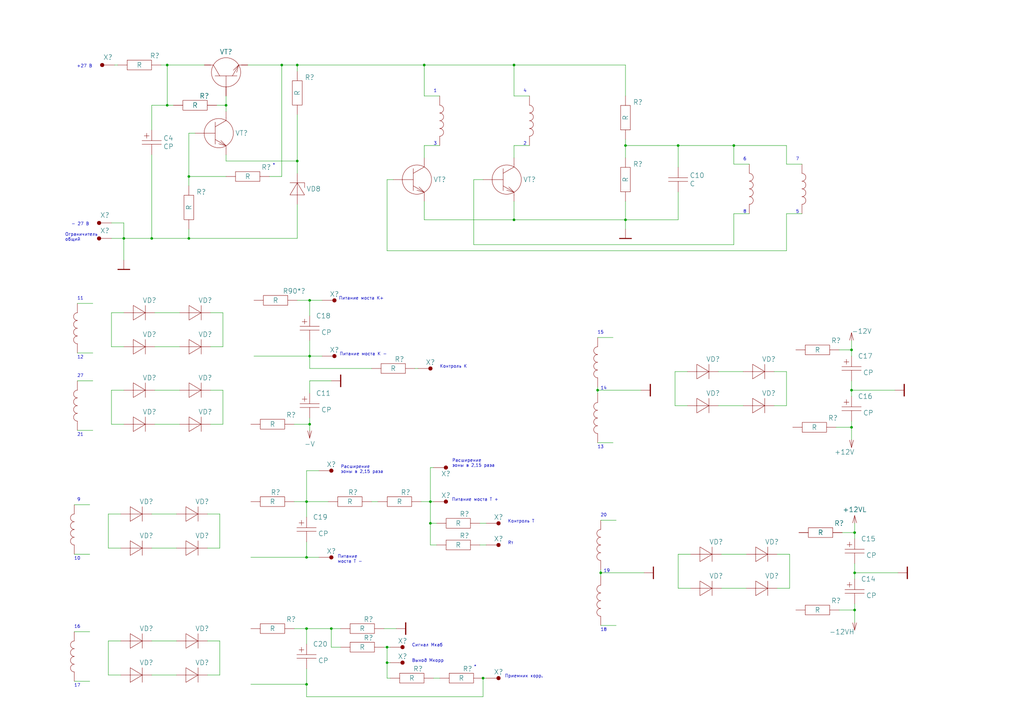
<source format=kicad_sch>
(kicad_sch (version 20231120) (generator "eeschema") (generator_version "8.0")
  (paper "A3")
  (lib_symbols
    (symbol "Connector_Generic_GOST:CON" (pin_numbers hide) (pin_names (offset 0) hide)
      (property "Reference" "X" (at -6.35 2.54 0))
      (property "PIN" "NAME" (at -7.62 0 0))
      (symbol "CON_0_1"
        (circle (center -5.08 0) (radius 0.762) (fill (type outline)))
      )
      (symbol "CON_1_1"
        (pin passive line (at 0 0 180) (length 5.08) (name "~") (number "1"))
      )
    )
    (symbol "Device_GOST:C" (pin_numbers hide) (pin_names (offset 0) hide)
      (property "Reference" "C" (at 0.635 2.54 0))
      (property "Value" "Device_GOST_C" (at 0.635 -3.175 0))
      (symbol "C_0_1"
        (polyline (pts (xy -3.9878 -0.762) (xy 3.9878 -0.762)))
        (polyline (pts (xy -3.9878 0.762) (xy 3.9878 0.762)))
      )
      (symbol "C_1_1"
        (pin passive line (at 0 5.08 270) (length 4.318) (name "~") (number "1"))
        (pin passive line (at 0 -5.08 90) (length 4.318) (name "~") (number "2"))
      )
    )
    (symbol "Device_GOST:CP" (pin_numbers hide) (pin_names (offset 0) hide)
      (property "Reference" "C" (at 0.635 2.54 0))
      (property "Value" "Device_GOST_CP" (at 0.635 -3.175 0))
      (symbol "CP_0_1"
        (polyline (pts (xy -3.9878 -0.762) (xy 3.9878 -0.762)))
        (polyline (pts (xy -3.9878 0.762) (xy 3.9878 0.762)))
        (polyline (pts (xy -2.0828 3.7592) (xy -2.0828 1.7272)))
        (polyline (pts (xy -1.0668 2.6924) (xy -3.0988 2.6924)))
      )
      (symbol "CP_1_1"
        (pin passive line (at 0 5.08 270) (length 4.318) (name "~") (number "1"))
        (pin passive line (at 0 -5.08 90) (length 4.318) (name "~") (number "2"))
      )
    )
    (symbol "Device_GOST:L_INDUCTOR" (pin_numbers hide) (pin_names (offset 0) hide)
      (property "Reference" "L" (at 0 3.81 0))
      (property "Value" "Device_GOST_L_INDUCTOR" (at 0 -2.54 0))
      (symbol "L_INDUCTOR_0_1"
        (arc (start -3.175 0) (mid -4.7498 1.5748) (end -6.35 0))
        (arc (start 0 0) (mid -1.5748 1.5748) (end -3.175 0))
        (arc (start 3.175 0) (mid 1.6002 1.5748) (end 0 0))
        (arc (start 6.35 0) (mid 4.7752 1.5748) (end 3.175 0))
      )
      (symbol "L_INDUCTOR_1_1"
        (pin passive line (at -10.16 0 0) (length 3.81) (name "~") (number "1"))
        (pin passive line (at 10.16 0 180) (length 3.81) (name "~") (number "2"))
      )
    )
    (symbol "Device_GOST:R" (pin_numbers hide) (pin_names (offset 0) hide)
      (property "Reference" "R" (at 0 3.81 0))
      (property "Value" "Device_GOST_R" (at 0 0 0))
      (symbol "R_0_1"
        (rectangle (start -5.0038 2.0066) (end 5.0038 -2.0066))
      )
      (symbol "R_1_1"
        (pin passive line (at -8.89 0 0) (length 3.8862) (name "~") (number "1"))
        (pin passive line (at 8.89 0 180) (length 3.8862) (name "~") (number "2"))
      )
    )
    (symbol "Device_GOST:VD" (pin_numbers hide) (pin_names (offset 0) hide)
      (property "Reference" "VD" (at 0 5.08 0))
      (symbol "VD_0_1"
        (polyline (pts (xy -2.54 0) (xy 2.54 0)))
        (polyline (pts (xy -2.4892 2.9972) (xy -2.4892 -2.9972)))
        (polyline (pts (xy -2.4892 0) (xy 2.4892 2.9972) (xy 2.4892 -2.9972) (xy -2.4892 0)))
      )
      (symbol "VD_1_1"
        (pin passive line (at -6.35 0 0) (length 3.81) (name "K") (number "1"))
        (pin passive line (at 6.35 0 180) (length 3.81) (name "A") (number "2"))
      )
    )
    (symbol "Device_GOST:VD_ZENER" (pin_numbers hide) (pin_names (offset 0) hide)
      (property "Reference" "VD" (at 1.27 4.445 0))
      (symbol "VD_ZENER_0_1"
        (polyline (pts (xy -2.9972 2.4892) (xy 2.9972 2.4892)))
        (polyline (pts (xy 0 2.54) (xy 0 -2.54)))
        (polyline (pts (xy 2.9972 2.4892) (xy 2.9972 0.508)))
        (polyline (pts (xy 0 2.4892) (xy -2.9972 -2.4892) (xy 2.9972 -2.4892) (xy 0 2.4892)))
      )
      (symbol "VD_ZENER_1_1"
        (pin passive line (at 0 6.35 270) (length 3.81) (name "K") (number "1"))
        (pin passive line (at 0 -6.35 90) (length 3.81) (name "A") (number "2"))
      )
    )
    (symbol "Device_GOST:VT_NPN_BCE" (pin_numbers hide) (pin_names (offset 0) hide)
      (property "Reference" "VT" (at 8.89 0 0))
      (symbol "VT_NPN_BCE_0_1"
        (polyline (pts (xy -5.08 0) (xy -0.6604 0)))
        (polyline (pts (xy -0.6604 -2.5908) (xy 3.81 -5.1816)))
        (polyline (pts (xy -0.6604 2.5908) (xy 3.81 5.1816)))
        (polyline (pts (xy -0.6604 4.5212) (xy -0.6604 -4.5212)))
        (polyline (pts (xy 3.81 -6.35) (xy 3.81 -5.1816)))
        (polyline (pts (xy 3.81 -5.1816) (xy 0.8128 -4.3688)))
        (polyline (pts (xy 3.81 -5.1816) (xy 1.6764 -3.0226)))
        (polyline (pts (xy 3.81 6.35) (xy 3.81 5.2324)))
        (circle (center 0.8128 0) (radius 5.9944))
      )
      (symbol "VT_NPN_BCE_1_1"
        (pin passive line (at -8.89 0 0) (length 3.81) (name "B") (number "1"))
        (pin passive line (at 3.81 8.89 270) (length 2.54) (name "C") (number "2"))
        (pin passive line (at 3.81 -8.89 90) (length 2.54) (name "E") (number "3"))
      )
    )
    (symbol "power_GOST:+12V" (power) (pin_numbers hide) (pin_names (offset 0) hide)
      (property "Value" "power_GOST_+12V" (at 0 5.08 0))
      (symbol "+12V_0_1"
        (polyline (pts (xy 0 3.175) (xy -0.8128 0.1778)))
        (polyline (pts (xy 0 3.175) (xy 0 0)))
        (polyline (pts (xy 0.8128 0.1778) (xy 0 3.175)))
      )
      (symbol "+12V_1_1"
        (pin power_in line (at 0 0 90) (length 0) hide (name "+12V") (number "1"))
      )
    )
    (symbol "power_GOST:+12VL" (power) (pin_numbers hide) (pin_names (offset 0) hide)
      (property "Value" "power_GOST_+12VL" (at 0 5.08 0))
      (symbol "+12VL_0_1"
        (polyline (pts (xy 0 3.175) (xy -0.8128 0.1778)))
        (polyline (pts (xy 0 3.175) (xy 0 0)))
        (polyline (pts (xy 0.8128 0.1778) (xy 0 3.175)))
      )
      (symbol "+12VL_1_1"
        (pin power_in line (at 0 0 90) (length 0) hide (name "+12VL") (number "1"))
      )
    )
    (symbol "power_GOST:-12V" (power) (pin_numbers hide) (pin_names (offset 0) hide)
      (property "Value" "power_GOST_-12V" (at 0 -5.08 0))
      (symbol "-12V_0_1"
        (polyline (pts (xy -0.8128 -0.1778) (xy 0 -3.175)))
        (polyline (pts (xy 0 -3.175) (xy 0 0)))
        (polyline (pts (xy 0 -3.175) (xy 0.8128 -0.1778)))
      )
      (symbol "-12V_1_1"
        (pin power_in line (at 0 0 270) (length 0) hide (name "-12V") (number "1"))
      )
    )
    (symbol "power_GOST:-12VH" (power) (pin_numbers hide) (pin_names (offset 0) hide)
      (property "Value" "power_GOST_-12VH" (at 0 -5.08 0))
      (symbol "-12VH_0_1"
        (polyline (pts (xy -0.8128 -0.1778) (xy 0 -3.175)))
        (polyline (pts (xy 0 -3.175) (xy 0 0)))
        (polyline (pts (xy 0 -3.175) (xy 0.8128 -0.1778)))
      )
      (symbol "-12VH_1_1"
        (pin power_in line (at 0 0 270) (length 0) hide (name "-12VH") (number "1"))
      )
    )
    (symbol "power_GOST:-V" (power) (pin_numbers hide) (pin_names (offset 0) hide)
      (property "Value" "power_GOST_-V" (at 0 -5.08 0))
      (symbol "-V_0_1"
        (polyline (pts (xy -0.8128 -0.1778) (xy 0 -3.175)))
        (polyline (pts (xy 0 -3.175) (xy 0 0)))
        (polyline (pts (xy 0 -3.175) (xy 0.8128 -0.1778)))
      )
      (symbol "-V_1_1"
        (pin power_in line (at 0 0 270) (length 0) hide (name "-V") (number "1"))
      )
    )
    (symbol "power_GOST:GND" (power) (pin_numbers hide) (pin_names (offset 0) hide)
      (symbol "GND_0_1"
        (rectangle (start -2.4892 -3.683) (end 2.4892 -3.9878) (fill (type outline)))
        (polyline (pts (xy 0 0) (xy 0 -3.81)))
      )
      (symbol "GND_1_1"
        (pin power_in line (at 0 0 270) (length 0) hide (name "GND") (number "1"))
      )
    )
  )
  (junction (at 246.38 234.95))
  (junction (at 350.52 234.95))
  (junction (at 210.82 26.67))
  (junction (at 210.82 90.17))
  (junction (at 173.99 26.67))
  (junction (at 350.52 218.44))
  (junction (at 300.99 59.69))
  (junction (at 125.73 280.67))
  (junction (at 198.12 278.13))
  (junction (at 127 123.19))
  (junction (at 125.73 205.74))
  (junction (at 125.73 228.6))
  (junction (at 350.52 250.19))
  (junction (at 256.54 59.69))
  (junction (at 77.47 72.39))
  (junction (at 77.47 97.79))
  (junction (at 62.23 97.79))
  (junction (at 176.53 214.63))
  (junction (at 135.89 257.81))
  (junction (at 115.57 26.67))
  (junction (at 121.92 26.67))
  (junction (at 127 146.05))
  (junction (at 349.25 143.51))
  (junction (at 158.75 271.78))
  (junction (at 256.54 90.17))
  (junction (at 92.71 43.18))
  (junction (at 125.73 257.81))
  (junction (at 176.53 205.74))
  (junction (at 349.25 175.26))
  (junction (at 278.13 59.69))
  (junction (at 245.11 160.02))
  (junction (at 127 173.99))
  (junction (at 349.25 160.02))
  (junction (at 68.58 26.67))
  (junction (at 121.92 66.04))
  (junction (at 50.8 97.79))
  (junction (at 158.75 265.43))
  (junction (at 68.58 43.18))
  (wire (pts (xy 245.11 181.61) (xy 251.46 181.61)))
  (wire (pts (xy 198.12 285.75) (xy 125.73 285.75)))
  (wire (pts (xy 278.13 90.17) (xy 278.13 78.74)))
  (wire (pts (xy 256.54 57.15) (xy 256.54 59.69)))
  (wire (pts (xy 127 173.99) (xy 127 171.45)))
  (wire (pts (xy 77.47 93.98) (xy 77.47 97.79)))
  (wire (pts (xy 256.54 26.67) (xy 256.54 39.37)))
  (wire (pts (xy 350.52 234.95) (xy 350.52 231.14)))
  (wire (pts (xy 323.85 241.3) (xy 318.77 241.3)))
  (wire (pts (xy 110.49 72.39) (xy 115.57 72.39)))
  (wire (pts (xy 157.48 257.81) (xy 162.56 257.81)))
  (wire (pts (xy 246.38 234.95) (xy 246.38 236.22)))
  (wire (pts (xy 256.54 59.69) (xy 256.54 64.77)))
  (wire (pts (xy 322.58 102.87) (xy 158.75 102.87)))
  (wire (pts (xy 91.44 142.24) (xy 86.36 142.24)))
  (wire (pts (xy 283.21 227.33) (xy 278.13 227.33)))
  (wire (pts (xy 173.99 26.67) (xy 210.82 26.67)))
  (wire (pts (xy 135.89 156.21) (xy 127 156.21)))
  (wire (pts (xy 91.44 173.99) (xy 86.36 173.99)))
  (wire (pts (xy 127 146.05) (xy 104.14 146.05)))
  (wire (pts (xy 210.82 59.69) (xy 210.82 64.77)))
  (wire (pts (xy 90.17 210.82) (xy 90.17 224.79)))
  (wire (pts (xy 342.9 175.26) (xy 349.25 175.26)))
  (wire (pts (xy 160.02 278.13) (xy 158.75 278.13)))
  (wire (pts (xy 30.48 279.4) (xy 36.83 279.4)))
  (wire (pts (xy 125.73 212.09) (xy 125.73 205.74)))
  (wire (pts (xy 62.23 97.79) (xy 50.8 97.79)))
  (wire (pts (xy 158.75 278.13) (xy 158.75 271.78)))
  (wire (pts (xy 139.7 265.43) (xy 135.89 265.43)))
  (wire (pts (xy 256.54 59.69) (xy 278.13 59.69)))
  (wire (pts (xy 349.25 146.05) (xy 349.25 143.51)))
  (wire (pts (xy 307.34 87.63) (xy 300.99 87.63)))
  (wire (pts (xy 121.92 66.04) (xy 121.92 71.12)))
  (wire (pts (xy 256.54 90.17) (xy 256.54 82.55)))
  (wire (pts (xy 125.73 257.81) (xy 120.65 257.81)))
  (wire (pts (xy 31.75 144.78) (xy 38.1 144.78)))
  (wire (pts (xy 170.18 151.13) (xy 171.45 151.13)))
  (wire (pts (xy 115.57 26.67) (xy 121.92 26.67)))
  (wire (pts (xy 121.92 26.67) (xy 173.99 26.67)))
  (wire (pts (xy 88.9 43.18) (xy 92.71 43.18)))
  (wire (pts (xy 210.82 90.17) (xy 256.54 90.17)))
  (wire (pts (xy 294.64 152.4) (xy 304.8 152.4)))
  (wire (pts (xy 115.57 72.39) (xy 115.57 26.67)))
  (wire (pts (xy 101.6 26.67) (xy 115.57 26.67)))
  (wire (pts (xy 62.23 210.82) (xy 72.39 210.82)))
  (wire (pts (xy 45.72 142.24) (xy 50.8 142.24)))
  (wire (pts (xy 194.31 100.33) (xy 194.31 73.66)))
  (wire (pts (xy 49.53 210.82) (xy 44.45 210.82)))
  (wire (pts (xy 217.17 39.37) (xy 210.82 39.37)))
  (wire (pts (xy 350.52 214.63) (xy 350.52 218.44)))
  (wire (pts (xy 245.11 138.43) (xy 251.46 138.43)))
  (wire (pts (xy 63.5 173.99) (xy 73.66 173.99)))
  (wire (pts (xy 307.34 67.31) (xy 300.99 67.31)))
  (wire (pts (xy 198.12 278.13) (xy 199.39 278.13)))
  (wire (pts (xy 63.5 128.27) (xy 73.66 128.27)))
  (wire (pts (xy 349.25 180.34) (xy 349.25 175.26)))
  (wire (pts (xy 157.48 265.43) (xy 158.75 265.43)))
  (wire (pts (xy 278.13 227.33) (xy 278.13 241.3)))
  (wire (pts (xy 92.71 63.5) (xy 92.71 66.04)))
  (wire (pts (xy 278.13 59.69) (xy 300.99 59.69)))
  (wire (pts (xy 176.53 223.52) (xy 176.53 214.63)))
  (wire (pts (xy 176.53 191.77) (xy 177.8 191.77)))
  (wire (pts (xy 44.45 224.79) (xy 49.53 224.79)))
  (wire (pts (xy 322.58 87.63) (xy 322.58 102.87)))
  (wire (pts (xy 198.12 278.13) (xy 198.12 285.75)))
  (wire (pts (xy 77.47 54.61) (xy 80.01 54.61)))
  (wire (pts (xy 180.34 39.37) (xy 173.99 39.37)))
  (wire (pts (xy 246.38 233.68) (xy 246.38 234.95)))
  (wire (pts (xy 127 151.13) (xy 127 146.05)))
  (wire (pts (xy 45.72 128.27) (xy 45.72 142.24)))
  (wire (pts (xy 210.82 90.17) (xy 210.82 82.55)))
  (wire (pts (xy 322.58 152.4) (xy 322.58 166.37)))
  (wire (pts (xy 328.93 87.63) (xy 322.58 87.63)))
  (wire (pts (xy 173.99 90.17) (xy 210.82 90.17)))
  (wire (pts (xy 125.73 222.25) (xy 125.73 228.6)))
  (wire (pts (xy 130.81 228.6) (xy 125.73 228.6)))
  (wire (pts (xy 317.5 152.4) (xy 322.58 152.4)))
  (wire (pts (xy 350.52 255.27) (xy 350.52 250.19)))
  (wire (pts (xy 245.11 158.75) (xy 245.11 160.02)))
  (wire (pts (xy 91.44 128.27) (xy 91.44 142.24)))
  (wire (pts (xy 92.71 66.04) (xy 121.92 66.04)))
  (wire (pts (xy 300.99 59.69) (xy 322.58 59.69)))
  (wire (pts (xy 127 156.21) (xy 127 161.29)))
  (wire (pts (xy 245.11 160.02) (xy 262.89 160.02)))
  (wire (pts (xy 278.13 241.3) (xy 283.21 241.3)))
  (wire (pts (xy 125.73 280.67) (xy 102.87 280.67)))
  (wire (pts (xy 68.58 43.18) (xy 68.58 26.67)))
  (wire (pts (xy 322.58 166.37) (xy 317.5 166.37)))
  (wire (pts (xy 177.8 278.13) (xy 180.34 278.13)))
  (wire (pts (xy 91.44 160.02) (xy 91.44 173.99)))
  (wire (pts (xy 90.17 224.79) (xy 85.09 224.79)))
  (wire (pts (xy 173.99 26.67) (xy 173.99 39.37)))
  (wire (pts (xy 86.36 160.02) (xy 91.44 160.02)))
  (wire (pts (xy 50.8 97.79) (xy 50.8 91.44)))
  (wire (pts (xy 176.53 191.77) (xy 176.53 205.74)))
  (wire (pts (xy 246.38 256.54) (xy 252.73 256.54)))
  (wire (pts (xy 125.73 274.32) (xy 125.73 280.67)))
  (wire (pts (xy 63.5 160.02) (xy 73.66 160.02)))
  (wire (pts (xy 276.86 166.37) (xy 281.94 166.37)))
  (wire (pts (xy 125.73 205.74) (xy 120.65 205.74)))
  (wire (pts (xy 31.75 156.21) (xy 38.1 156.21)))
  (wire (pts (xy 90.17 262.89) (xy 90.17 276.86)))
  (wire (pts (xy 349.25 139.7) (xy 349.25 143.51)))
  (wire (pts (xy 135.89 265.43) (xy 135.89 257.81)))
  (wire (pts (xy 45.72 173.99) (xy 50.8 173.99)))
  (wire (pts (xy 92.71 43.18) (xy 92.71 39.37)))
  (wire (pts (xy 176.53 214.63) (xy 179.07 214.63)))
  (wire (pts (xy 158.75 265.43) (xy 160.02 265.43)))
  (wire (pts (xy 120.65 173.99) (xy 127 173.99)))
  (wire (pts (xy 176.53 205.74) (xy 172.72 205.74)))
  (wire (pts (xy 49.53 262.89) (xy 44.45 262.89)))
  (wire (pts (xy 210.82 26.67) (xy 256.54 26.67)))
  (wire (pts (xy 85.09 262.89) (xy 90.17 262.89)))
  (wire (pts (xy 125.73 228.6) (xy 102.87 228.6)))
  (wire (pts (xy 31.75 176.53) (xy 38.1 176.53)))
  (wire (pts (xy 196.85 214.63) (xy 199.39 214.63)))
  (wire (pts (xy 158.75 271.78) (xy 158.75 265.43)))
  (wire (pts (xy 318.77 227.33) (xy 323.85 227.33)))
  (wire (pts (xy 77.47 76.2) (xy 77.47 72.39)))
  (wire (pts (xy 90.17 276.86) (xy 85.09 276.86)))
  (wire (pts (xy 350.52 218.44) (xy 345.44 218.44)))
  (wire (pts (xy 256.54 93.98) (xy 256.54 90.17)))
  (wire (pts (xy 176.53 214.63) (xy 176.53 205.74)))
  (wire (pts (xy 245.11 160.02) (xy 245.11 161.29)))
  (wire (pts (xy 44.45 276.86) (xy 49.53 276.86)))
  (wire (pts (xy 31.75 124.46) (xy 38.1 124.46)))
  (wire (pts (xy 77.47 72.39) (xy 77.47 54.61)))
  (wire (pts (xy 121.92 46.99) (xy 121.92 66.04)))
  (wire (pts (xy 349.25 175.26) (xy 349.25 172.72)))
  (wire (pts (xy 300.99 59.69) (xy 300.99 67.31)))
  (wire (pts (xy 45.72 160.02) (xy 45.72 173.99)))
  (wire (pts (xy 50.8 128.27) (xy 45.72 128.27)))
  (wire (pts (xy 127 139.7) (xy 127 146.05)))
  (wire (pts (xy 30.48 227.33) (xy 36.83 227.33)))
  (wire (pts (xy 127 123.19) (xy 121.92 123.19)))
  (wire (pts (xy 152.4 205.74) (xy 154.94 205.74)))
  (wire (pts (xy 30.48 259.08) (xy 36.83 259.08)))
  (wire (pts (xy 45.72 97.79) (xy 50.8 97.79)))
  (wire (pts (xy 92.71 43.18) (xy 92.71 45.72)))
  (wire (pts (xy 300.99 100.33) (xy 194.31 100.33)))
  (wire (pts (xy 132.08 123.19) (xy 127 123.19)))
  (wire (pts (xy 350.52 220.98) (xy 350.52 218.44)))
  (wire (pts (xy 278.13 59.69) (xy 278.13 68.58)))
  (wire (pts (xy 62.23 63.5) (xy 62.23 97.79)))
  (wire (pts (xy 295.91 227.33) (xy 306.07 227.33)))
  (wire (pts (xy 125.73 285.75) (xy 125.73 280.67)))
  (wire (pts (xy 66.04 26.67) (xy 68.58 26.67)))
  (wire (pts (xy 173.99 82.55) (xy 173.99 90.17)))
  (wire (pts (xy 127 129.54) (xy 127 123.19)))
  (wire (pts (xy 210.82 26.67) (xy 210.82 39.37)))
  (wire (pts (xy 295.91 241.3) (xy 306.07 241.3)))
  (wire (pts (xy 323.85 227.33) (xy 323.85 241.3)))
  (wire (pts (xy 62.23 276.86) (xy 72.39 276.86)))
  (wire (pts (xy 121.92 97.79) (xy 121.92 83.82)))
  (wire (pts (xy 77.47 97.79) (xy 121.92 97.79)))
  (wire (pts (xy 158.75 73.66) (xy 161.29 73.66)))
  (wire (pts (xy 135.89 257.81) (xy 139.7 257.81)))
  (wire (pts (xy 194.31 73.66) (xy 198.12 73.66)))
  (wire (pts (xy 125.73 193.04) (xy 125.73 205.74)))
  (wire (pts (xy 68.58 26.67) (xy 83.82 26.67)))
  (wire (pts (xy 350.52 237.49) (xy 350.52 234.95)))
  (wire (pts (xy 349.25 160.02) (xy 349.25 156.21)))
  (wire (pts (xy 276.86 152.4) (xy 276.86 166.37)))
  (wire (pts (xy 127 176.53) (xy 127 173.99)))
  (wire (pts (xy 62.23 262.89) (xy 72.39 262.89)))
  (wire (pts (xy 62.23 43.18) (xy 62.23 53.34)))
  (wire (pts (xy 130.81 193.04) (xy 125.73 193.04)))
  (wire (pts (xy 217.17 59.69) (xy 210.82 59.69)))
  (wire (pts (xy 344.17 250.19) (xy 350.52 250.19)))
  (wire (pts (xy 350.52 250.19) (xy 350.52 247.65)))
  (wire (pts (xy 30.48 207.01) (xy 36.83 207.01)))
  (wire (pts (xy 179.07 223.52) (xy 176.53 223.52)))
  (wire (pts (xy 50.8 160.02) (xy 45.72 160.02)))
  (wire (pts (xy 294.64 166.37) (xy 304.8 166.37)))
  (wire (pts (xy 349.25 162.56) (xy 349.25 160.02)))
  (wire (pts (xy 256.54 90.17) (xy 278.13 90.17)))
  (wire (pts (xy 50.8 106.68) (xy 50.8 97.79)))
  (wire (pts (xy 77.47 72.39) (xy 92.71 72.39)))
  (wire (pts (xy 180.34 59.69) (xy 173.99 59.69)))
  (wire (pts (xy 350.52 234.95) (xy 368.3 234.95)))
  (wire (pts (xy 125.73 257.81) (xy 135.89 257.81)))
  (wire (pts (xy 300.99 87.63) (xy 300.99 100.33)))
  (wire (pts (xy 160.02 271.78) (xy 158.75 271.78)))
  (wire (pts (xy 158.75 102.87) (xy 158.75 73.66)))
  (wire (pts (xy 44.45 262.89) (xy 44.45 276.86)))
  (wire (pts (xy 246.38 234.95) (xy 264.16 234.95)))
  (wire (pts (xy 121.92 26.67) (xy 121.92 29.21)))
  (wire (pts (xy 281.94 152.4) (xy 276.86 152.4)))
  (wire (pts (xy 127 151.13) (xy 152.4 151.13)))
  (wire (pts (xy 68.58 43.18) (xy 62.23 43.18)))
  (wire (pts (xy 44.45 210.82) (xy 44.45 224.79)))
  (wire (pts (xy 71.12 43.18) (xy 68.58 43.18)))
  (wire (pts (xy 134.62 205.74) (xy 125.73 205.74)))
  (wire (pts (xy 63.5 142.24) (xy 73.66 142.24)))
  (wire (pts (xy 349.25 160.02) (xy 367.03 160.02)))
  (wire (pts (xy 328.93 67.31) (xy 322.58 67.31)))
  (wire (pts (xy 125.73 264.16) (xy 125.73 257.81)))
  (wire (pts (xy 46.99 26.67) (xy 48.26 26.67)))
  (wire (pts (xy 132.08 146.05) (xy 127 146.05)))
  (wire (pts (xy 86.36 128.27) (xy 91.44 128.27)))
  (wire (pts (xy 77.47 97.79) (xy 62.23 97.79)))
  (wire (pts (xy 45.72 91.44) (xy 50.8 91.44)))
  (wire (pts (xy 85.09 210.82) (xy 90.17 210.82)))
  (wire (pts (xy 173.99 59.69) (xy 173.99 64.77)))
  (wire (pts (xy 177.8 205.74) (xy 176.53 205.74)))
  (wire (pts (xy 322.58 59.69) (xy 322.58 67.31)))
  (wire (pts (xy 246.38 213.36) (xy 252.73 213.36)))
  (wire (pts (xy 62.23 224.79) (xy 72.39 224.79)))
  (wire (pts (xy 196.85 223.52) (xy 199.39 223.52)))
  (wire (pts (xy 349.25 143.51) (xy 344.17 143.51)))
  (text "19" (at 250.19 234.95 0) (effects (font (size 1.27 1.27)) (justify right bottom)))
  (text "10" (at 33.02 229.87 0) (effects (font (size 1.27 1.27)) (justify right bottom)))
  (text " +27 B" (at 30.48 27.94 0) (effects (font (size 1.27 1.27)) (justify left bottom)))
  (text "6" (at 304.8 66.04 0) (effects (font (size 1.27 1.27)) (justify left bottom)))
  (text "Питание моста Т +" (at 204.47 205.74 0) (effects (font (size 1.27 1.27)) (justify right bottom)))
  (text "Выход Мкорр " (at 168.91 271.78 0) (effects (font (size 1.27 1.27)) (justify left bottom)))
  (text "Сигнал Мкаб" (at 168.91 265.43 0) (effects (font (size 1.27 1.27)) (justify left bottom)))
  (text "12" (at 34.29 147.32 0) (effects (font (size 1.27 1.27)) (justify right bottom)))
  (text "2" (at 214.63 59.69 0) (effects (font (size 1.27 1.27)) (justify left bottom)))
  (text "5" (at 326.39 87.63 0) (effects (font (size 1.27 1.27)) (justify left bottom)))
  (text "4" (at 214.63 38.1 0) (effects (font (size 1.27 1.27)) (justify left bottom)))
  (text "11" (at 34.29 123.19 0) (effects (font (size 1.27 1.27)) (justify right bottom)))
  (text "16" (at 33.02 257.81 0) (effects (font (size 1.27 1.27)) (justify right bottom)))
  (text "Питание моста К -" (at 158.75 146.05 0) (effects (font (size 1.27 1.27)) (justify right bottom)))
  (text "20" (at 248.92 212.09 0) (effects (font (size 1.27 1.27)) (justify right bottom)))
  (text "Ограничитель\nобщий" (at 26.67 99.06 0) (effects (font (size 1.27 1.27)) (justify left bottom)))
  (text "3" (at 177.8 59.69 0) (effects (font (size 1.27 1.27)) (justify left bottom)))
  (text "8" (at 304.8 87.63 0) (effects (font (size 1.27 1.27)) (justify left bottom)))
  (text "*" (at 194.31 274.32 0) (effects (font (size 1.27 1.27)) (justify left bottom)))
  (text "18" (at 248.92 259.08 0) (effects (font (size 1.27 1.27)) (justify right bottom)))
  (text "9" (at 33.02 205.74 0) (effects (font (size 1.27 1.27)) (justify right bottom)))
  (text "Приемник корр." (at 207.01 278.13 0) (effects (font (size 1.27 1.27)) (justify left bottom)))
  (text "7" (at 326.39 66.04 0) (effects (font (size 1.27 1.27)) (justify left bottom)))
  (text "Контроль K" (at 180.34 151.13 0) (effects (font (size 1.27 1.27)) (justify left bottom)))
  (text "Питание моста К+" (at 157.48 123.19 0) (effects (font (size 1.27 1.27)) (justify right bottom)))
  (text "- 27 B" (at 29.21 92.71 0) (effects (font (size 1.27 1.27)) (justify left bottom)))
  (text "13" (at 247.65 184.15 0) (effects (font (size 1.27 1.27)) (justify right bottom)))
  (text "Контроль Т" (at 208.28 214.63 0) (effects (font (size 1.27 1.27)) (justify left bottom)))
  (text "15" (at 247.65 137.16 0) (effects (font (size 1.27 1.27)) (justify right bottom)))
  (text "Питание \nмоста Т -" (at 138.43 231.14 0) (effects (font (size 1.27 1.27)) (justify left bottom)))
  (text "21" (at 34.29 179.07 0) (effects (font (size 1.27 1.27)) (justify right bottom)))
  (text "27" (at 34.29 154.94 0) (effects (font (size 1.27 1.27)) (justify right bottom)))
  (text "Расширение \nзоны в 2,15 раза" (at 185.42 191.77 0) (effects (font (size 1.27 1.27)) (justify left bottom)))
  (text "*" (at 111.76 68.58 0) (effects (font (size 1.27 1.27)) (justify left bottom)))
  (text "Расширение \nзоны в 2,15 раза" (at 139.7 194.31 0) (effects (font (size 1.27 1.27)) (justify left bottom)))
  (text "Rт" (at 208.28 223.52 0) (effects (font (size 1.27 1.27)) (justify left bottom)))
  (text "14" (at 248.92 160.02 0) (effects (font (size 1.27 1.27)) (justify right bottom)))
  (text "17" (at 33.02 281.94 0) (effects (font (size 1.27 1.27)) (justify right bottom)))
  (text "1" (at 177.8 38.1 0) (effects (font (size 1.27 1.27)) (justify left bottom)))
  (symbol (lib_id "Connector_Generic_GOST:CON") (at 46.99 26.67 0) (unit 1)
    (property "Reference" "X?" (at 44.2722 23.495 0) (effects (font (size 2.0066 2.0066))))
    (property "Value" "CON" (effects (hide yes)))
    (property "PIN" "NAME" (effects (hide yes)))
    (instances (project "" (path "" (reference "X?") (unit 1)) (path "" (reference "X26") (unit 1))))
  )
  (symbol (lib_id "Connector_Generic_GOST:CON") (at 45.72 91.44 0) (unit 1)
    (property "Reference" "X?" (at 43.0022 88.265 0) (effects (font (size 2.0066 2.0066))))
    (property "Value" "CON" (effects (hide yes)))
    (property "PIN" "NAME" (effects (hide yes)))
    (instances (project "" (path "" (reference "X?") (unit 1)) (path "" (reference "X35") (unit 1))))
  )
  (symbol (lib_id "power_GOST:GND") (at 50.8 106.68 0) (unit 1)
    (property "Reference" "#PWR?" (effects (hide yes)))
    (property "Value" "GND" (effects (hide yes)))
  )
  (symbol (lib_id "Device_GOST:R") (at 57.15 26.67 180) (unit 1)
    (property "Reference" "R?" (at 63.5 22.86 0) (effects (font (size 2.0066 2.0066))))
    (property "Value" "R" (at 57.15 26.67 0) (effects (font (size 2.0066 2.0066))))
    (instances (project "" (path "" (reference "R?") (unit 1)) (path "" (reference "R?") (unit 1)) (path "" (reference "R1") (unit 1))))
  )
  (symbol (lib_id "Device_GOST:CP") (at 62.23 58.42 0) (unit 1)
    (property "Reference" "C4" (at 66.929 56.6928 0) (effects (font (size 2.0066 2.0066)) (justify left)))
    (property "Value" "CP" (at 66.929 60.1218 0) (effects (font (size 2.0066 2.0066)) (justify left)))
  )
  (symbol (lib_id "Device_GOST:R") (at 80.01 43.18 180) (unit 1)
    (property "Reference" "R?" (at 83.82 39.37 0) (effects (font (size 2.0066 2.0066))))
    (property "Value" "R" (at 80.01 43.18 0) (effects (font (size 2.0066 2.0066))))
    (instances (project "" (path "" (reference "R?") (unit 1)) (path "" (reference "R?") (unit 1)) (path "" (reference "R10") (unit 1))))
  )
  (symbol (lib_id "Device_GOST:VT_NPN_BCE") (at 92.71 30.48 90) (unit 1)
    (property "Reference" "VT?" (at 92.71 21.2598 90) (effects (font (size 2.0066 2.0066))))
    (property "Value" "VT_NPN_BCE" (effects (hide yes)))
    (instances (project "" (path "" (reference "VT?") (unit 1)) (path "" (reference "VT1") (unit 1))))
  )
  (symbol (lib_id "Device_GOST:VT_NPN_BCE") (at 88.9 54.61 0) (unit 1)
    (property "Reference" "VT?" (at 96.4184 54.61 0) (effects (font (size 2.0066 2.0066)) (justify left)))
    (property "Value" "VT_NPN_BCE" (effects (hide yes)))
    (instances (project "" (path "" (reference "VT?") (unit 1)) (path "" (reference "VT2") (unit 1))))
  )
  (symbol (lib_id "Device_GOST:R") (at 77.47 85.09 270) (unit 1)
    (property "Reference" "R?" (at 82.55 78.74 90) (effects (font (size 2.0066 2.0066))))
    (property "Value" "R" (at 77.47 85.09 0) (effects (font (size 2.0066 2.0066))))
    (instances (project "" (path "" (reference "R?") (unit 1)) (path "" (reference "R?") (unit 1)) (path "" (reference "R89") (unit 1))))
  )
  (symbol (lib_id "Device_GOST:R") (at 121.92 38.1 270) (unit 1)
    (property "Reference" "R?" (at 127 31.75 90) (effects (font (size 2.0066 2.0066))))
    (property "Value" "R" (at 121.92 38.1 0) (effects (font (size 2.0066 2.0066))))
    (instances (project "" (path "" (reference "R?") (unit 1)) (path "" (reference "R?") (unit 1)) (path "" (reference "R91") (unit 1))))
  )
  (symbol (lib_id "Device_GOST:VD_ZENER") (at 121.92 77.47 0) (unit 1)
    (property "Reference" "VD8" (at 125.6284 77.47 0) (effects (font (size 2.0066 2.0066)) (justify left)))
    (property "Value" "VD_ZENER" (effects (hide yes)))
  )
  (symbol (lib_id "Device_GOST:R") (at 101.6 72.39 180) (unit 1)
    (property "Reference" "R?" (at 109.22 68.58 0) (effects (font (size 2.0066 2.0066))))
    (property "Value" "R" (at 101.6 72.39 0) (effects (font (size 2.0066 2.0066))))
    (instances (project "" (path "" (reference "R?") (unit 1)) (path "" (reference "R?") (unit 1)) (path "" (reference "R90") (unit 1))))
  )
  (symbol (lib_id "Device_GOST:VT_NPN_BCE") (at 170.18 73.66 0) (unit 1)
    (property "Reference" "VT?" (at 177.6984 73.66 0) (effects (font (size 2.0066 2.0066)) (justify left)))
    (property "Value" "VT_NPN_BCE" (effects (hide yes)))
    (instances (project "" (path "" (reference "VT?") (unit 1)) (path "" (reference "VT2") (unit 1))))
  )
  (symbol (lib_id "Device_GOST:L_INDUCTOR") (at 180.34 49.53 270) (unit 1)
    (property "Reference" "L?" (effects (hide yes)))
    (property "Value" "L_INDUCTOR" (effects (hide yes)))
  )
  (symbol (lib_id "Device_GOST:L_INDUCTOR") (at 307.34 77.47 270) (unit 1)
    (property "Reference" "L?" (effects (hide yes)))
    (property "Value" "L_INDUCTOR" (effects (hide yes)))
  )
  (symbol (lib_id "Device_GOST:L_INDUCTOR") (at 328.93 77.47 270) (unit 1)
    (property "Reference" "L?" (effects (hide yes)))
    (property "Value" "L_INDUCTOR" (effects (hide yes)))
  )
  (symbol (lib_id "Device_GOST:VT_NPN_BCE") (at 207.01 73.66 0) (unit 1)
    (property "Reference" "VT?" (at 214.5284 73.66 0) (effects (font (size 2.0066 2.0066)) (justify left)))
    (property "Value" "VT_NPN_BCE" (effects (hide yes)))
    (instances (project "" (path "" (reference "VT?") (unit 1)) (path "" (reference "VT3") (unit 1))))
  )
  (symbol (lib_id "Device_GOST:L_INDUCTOR") (at 217.17 49.53 270) (unit 1)
    (property "Reference" "L?" (effects (hide yes)))
    (property "Value" "L_INDUCTOR" (effects (hide yes)))
  )
  (symbol (lib_id "Device_GOST:R") (at 256.54 48.26 270) (unit 1)
    (property "Reference" "R?" (at 261.62 41.91 90) (effects (font (size 2.0066 2.0066))))
    (property "Value" "R" (at 256.54 48.26 0) (effects (font (size 2.0066 2.0066))))
    (instances (project "" (path "" (reference "R?") (unit 1)) (path "" (reference "R?") (unit 1)) (path "" (reference "R48") (unit 1))))
  )
  (symbol (lib_id "Device_GOST:R") (at 256.54 73.66 270) (unit 1)
    (property "Reference" "R?" (at 261.62 67.31 90) (effects (font (size 2.0066 2.0066))))
    (property "Value" "R" (at 256.54 73.66 0) (effects (font (size 2.0066 2.0066))))
    (instances (project "" (path "" (reference "R?") (unit 1)) (path "" (reference "R?") (unit 1)) (path "" (reference "R51") (unit 1))))
  )
  (symbol (lib_id "Device_GOST:C") (at 278.13 73.66 0) (unit 1)
    (property "Reference" "C10" (at 282.829 71.9328 0) (effects (font (size 2.0066 2.0066)) (justify left)))
    (property "Value" "C" (at 282.829 75.3618 0) (effects (font (size 2.0066 2.0066)) (justify left)))
  )
  (symbol (lib_id "power_GOST:GND") (at 256.54 93.98 0) (unit 1)
    (property "Reference" "#PWR?" (effects (hide yes)))
    (property "Value" "GND" (effects (hide yes)))
  )
  (symbol (lib_id "Device_GOST:L_INDUCTOR") (at 31.75 134.62 90) (unit 1)
    (property "Reference" "L?" (effects (hide yes)))
    (property "Value" "L_INDUCTOR" (effects (hide yes)))
  )
  (symbol (lib_id "Device_GOST:VD") (at 57.15 142.24 180) (unit 1)
    (property "Reference" "VD?" (at 58.42 137.16 0) (effects (font (size 2.0066 2.0066)) (justify right)))
    (property "Value" "VD" (effects (hide yes)))
  )
  (symbol (lib_id "Device_GOST:VD") (at 57.15 128.27 180) (unit 1)
    (property "Reference" "VD?" (at 58.42 123.19 0) (effects (font (size 2.0066 2.0066)) (justify right)))
    (property "Value" "VD" (effects (hide yes)))
  )
  (symbol (lib_id "Device_GOST:VD") (at 80.01 142.24 180) (unit 1)
    (property "Reference" "VD?" (at 81.28 137.16 0) (effects (font (size 2.0066 2.0066)) (justify right)))
    (property "Value" "VD" (effects (hide yes)))
  )
  (symbol (lib_id "Device_GOST:VD") (at 80.01 128.27 180) (unit 1)
    (property "Reference" "VD?" (at 81.28 123.19 0) (effects (font (size 2.0066 2.0066)) (justify right)))
    (property "Value" "VD" (effects (hide yes)))
  )
  (symbol (lib_id "Device_GOST:R") (at 113.03 123.19 180) (unit 1)
    (property "Reference" "R90*?" (at 120.65 119.38 0) (effects (font (size 2.0066 2.0066))))
    (property "Value" "R" (at 113.03 123.19 0) (effects (font (size 2.0066 2.0066))))
    (instances (project "" (path "" (reference "R90*?") (unit 1)) (path "" (reference "R90*?") (unit 1)) (path "" (reference "R85") (unit 1))))
  )
  (symbol (lib_id "Device_GOST:CP") (at 127 134.62 0) (unit 1)
    (property "Reference" "C18" (at 129.54 129.54 0) (effects (font (size 2.0066 2.0066)) (justify left)))
    (property "Value" "CP" (at 131.699 136.3218 0) (effects (font (size 2.0066 2.0066)) (justify left)))
  )
  (symbol (lib_id "Device_GOST:L_INDUCTOR") (at 30.48 217.17 90) (unit 1)
    (property "Reference" "L?" (effects (hide yes)))
    (property "Value" "L_INDUCTOR" (effects (hide yes)))
  )
  (symbol (lib_id "Device_GOST:VD") (at 55.88 224.79 180) (unit 1)
    (property "Reference" "VD?" (at 57.15 219.71 0) (effects (font (size 2.0066 2.0066)) (justify right)))
    (property "Value" "VD" (effects (hide yes)))
  )
  (symbol (lib_id "Device_GOST:VD") (at 55.88 210.82 180) (unit 1)
    (property "Reference" "VD?" (at 57.15 205.74 0) (effects (font (size 2.0066 2.0066)) (justify right)))
    (property "Value" "VD" (effects (hide yes)))
  )
  (symbol (lib_id "Device_GOST:VD") (at 78.74 224.79 180) (unit 1)
    (property "Reference" "VD?" (at 80.01 219.71 0) (effects (font (size 2.0066 2.0066)) (justify right)))
    (property "Value" "VD" (effects (hide yes)))
  )
  (symbol (lib_id "Device_GOST:VD") (at 78.74 210.82 180) (unit 1)
    (property "Reference" "VD?" (at 80.01 205.74 0) (effects (font (size 2.0066 2.0066)) (justify right)))
    (property "Value" "VD" (effects (hide yes)))
  )
  (symbol (lib_id "Device_GOST:R") (at 111.76 205.74 180) (unit 1)
    (property "Reference" "R?" (at 113.03 201.93 0) (effects (font (size 2.0066 2.0066))))
    (property "Value" "R" (at 111.76 205.74 0) (effects (font (size 2.0066 2.0066))))
    (instances (project "" (path "" (reference "R?") (unit 1)) (path "" (reference "R?") (unit 1)) (path "" (reference "R87") (unit 1))))
  )
  (symbol (lib_id "Device_GOST:CP") (at 125.73 217.17 0) (unit 1)
    (property "Reference" "C19" (at 128.27 212.09 0) (effects (font (size 2.0066 2.0066)) (justify left)))
    (property "Value" "CP" (at 130.429 218.8718 0) (effects (font (size 2.0066 2.0066)) (justify left)))
  )
  (symbol (lib_id "Device_GOST:L_INDUCTOR") (at 30.48 269.24 90) (unit 1)
    (property "Reference" "L?" (effects (hide yes)))
    (property "Value" "L_INDUCTOR" (effects (hide yes)))
  )
  (symbol (lib_id "Device_GOST:VD") (at 55.88 276.86 180) (unit 1)
    (property "Reference" "VD?" (at 57.15 271.78 0) (effects (font (size 2.0066 2.0066)) (justify right)))
    (property "Value" "VD" (effects (hide yes)))
  )
  (symbol (lib_id "Device_GOST:VD") (at 55.88 262.89 180) (unit 1)
    (property "Reference" "VD?" (at 57.15 257.81 0) (effects (font (size 2.0066 2.0066)) (justify right)))
    (property "Value" "VD" (effects (hide yes)))
  )
  (symbol (lib_id "Device_GOST:VD") (at 78.74 276.86 180) (unit 1)
    (property "Reference" "VD?" (at 80.01 271.78 0) (effects (font (size 2.0066 2.0066)) (justify right)))
    (property "Value" "VD" (effects (hide yes)))
  )
  (symbol (lib_id "Device_GOST:VD") (at 78.74 262.89 180) (unit 1)
    (property "Reference" "VD?" (at 80.01 257.81 0) (effects (font (size 2.0066 2.0066)) (justify right)))
    (property "Value" "VD" (effects (hide yes)))
  )
  (symbol (lib_id "Device_GOST:R") (at 111.76 257.81 180) (unit 1)
    (property "Reference" "R?" (at 119.38 254 0) (effects (font (size 2.0066 2.0066))))
    (property "Value" "R" (at 111.76 257.81 0) (effects (font (size 2.0066 2.0066))))
    (instances (project "" (path "" (reference "R?") (unit 1)) (path "" (reference "R?") (unit 1)) (path "" (reference "R88") (unit 1))))
  )
  (symbol (lib_id "Device_GOST:CP") (at 125.73 269.24 0) (unit 1)
    (property "Reference" "C20" (at 128.27 264.16 0) (effects (font (size 2.0066 2.0066)) (justify left)))
    (property "Value" "CP" (at 130.429 270.9418 0) (effects (font (size 2.0066 2.0066)) (justify left)))
  )
  (symbol (lib_id "Device_GOST:L_INDUCTOR") (at 31.75 166.37 90) (unit 1)
    (property "Reference" "L?" (effects (hide yes)))
    (property "Value" "L_INDUCTOR" (effects (hide yes)))
  )
  (symbol (lib_id "Device_GOST:VD") (at 57.15 173.99 180) (unit 1)
    (property "Reference" "VD?" (at 58.42 168.91 0) (effects (font (size 2.0066 2.0066)) (justify right)))
    (property "Value" "VD" (effects (hide yes)))
  )
  (symbol (lib_id "Device_GOST:VD") (at 57.15 160.02 180) (unit 1)
    (property "Reference" "VD?" (at 58.42 154.94 0) (effects (font (size 2.0066 2.0066)) (justify right)))
    (property "Value" "VD" (effects (hide yes)))
  )
  (symbol (lib_id "Device_GOST:VD") (at 80.01 173.99 180) (unit 1)
    (property "Reference" "VD?" (at 81.28 168.91 0) (effects (font (size 2.0066 2.0066)) (justify right)))
    (property "Value" "VD" (effects (hide yes)))
  )
  (symbol (lib_id "Device_GOST:VD") (at 80.01 160.02 180) (unit 1)
    (property "Reference" "VD?" (at 81.28 154.94 0) (effects (font (size 2.0066 2.0066)) (justify right)))
    (property "Value" "VD" (effects (hide yes)))
  )
  (symbol (lib_id "Device_GOST:R") (at 111.76 173.99 180) (unit 1)
    (property "Reference" "R?" (at 119.38 170.18 0) (effects (font (size 2.0066 2.0066))))
    (property "Value" "R" (at 111.76 173.99 0) (effects (font (size 2.0066 2.0066))))
    (instances (project "" (path "" (reference "R?") (unit 1)) (path "" (reference "R?") (unit 1)) (path "" (reference "R58") (unit 1))))
  )
  (symbol (lib_id "Device_GOST:CP") (at 127 166.37 0) (unit 1)
    (property "Reference" "C11" (at 129.54 161.29 0) (effects (font (size 2.0066 2.0066)) (justify left)))
    (property "Value" "CP" (at 131.699 168.0718 0) (effects (font (size 2.0066 2.0066)) (justify left)))
  )
  (symbol (lib_id "power_GOST:-V") (at 127 176.53 0) (unit 1)
    (property "Reference" "#PWR?" (effects (hide yes)))
    (property "Value" "-V" (at 127 182.118 0) (effects (font (size 2.0066 2.0066))))
  )
  (symbol (lib_id "power_GOST:GND") (at 135.89 156.21 90) (unit 1)
    (property "Reference" "#PWR?" (effects (hide yes)))
    (property "Value" "GND" (effects (hide yes)))
  )
  (symbol (lib_id "Device_GOST:R") (at 143.51 205.74 180) (unit 1)
    (property "Reference" "R?" (at 144.78 201.93 0) (effects (font (size 2.0066 2.0066))))
    (property "Value" "R" (at 143.51 205.74 0) (effects (font (size 2.0066 2.0066))))
    (instances (project "" (path "" (reference "R?") (unit 1)) (path "" (reference "R?") (unit 1)) (path "" (reference "R86") (unit 1))))
  )
  (symbol (lib_id "Device_GOST:L_INDUCTOR") (at 245.11 148.59 90) (unit 1)
    (property "Reference" "L?" (effects (hide yes)))
    (property "Value" "L_INDUCTOR" (effects (hide yes)))
  )
  (symbol (lib_id "Device_GOST:L_INDUCTOR") (at 245.11 171.45 90) (unit 1)
    (property "Reference" "L?" (effects (hide yes)))
    (property "Value" "L_INDUCTOR" (effects (hide yes)))
  )
  (symbol (lib_id "power_GOST:GND") (at 262.89 160.02 90) (unit 1)
    (property "Reference" "#PWR?" (effects (hide yes)))
    (property "Value" "GND" (effects (hide yes)))
  )
  (symbol (lib_id "Device_GOST:VD") (at 288.29 166.37 180) (unit 1)
    (property "Reference" "VD?" (at 289.56 161.29 0) (effects (font (size 2.0066 2.0066)) (justify right)))
    (property "Value" "VD" (effects (hide yes)))
  )
  (symbol (lib_id "Device_GOST:VD") (at 288.29 152.4 180) (unit 1)
    (property "Reference" "VD?" (at 289.56 147.32 0) (effects (font (size 2.0066 2.0066)) (justify right)))
    (property "Value" "VD" (effects (hide yes)))
  )
  (symbol (lib_id "Device_GOST:VD") (at 311.15 166.37 180) (unit 1)
    (property "Reference" "VD?" (at 312.42 161.29 0) (effects (font (size 2.0066 2.0066)) (justify right)))
    (property "Value" "VD" (effects (hide yes)))
  )
  (symbol (lib_id "Device_GOST:VD") (at 311.15 152.4 180) (unit 1)
    (property "Reference" "VD?" (at 312.42 147.32 0) (effects (font (size 2.0066 2.0066)) (justify right)))
    (property "Value" "VD" (effects (hide yes)))
  )
  (symbol (lib_id "Device_GOST:R") (at 335.28 143.51 180) (unit 1)
    (property "Reference" "R?" (at 342.9 139.7 0) (effects (font (size 2.0066 2.0066))))
    (property "Value" "R" (at 335.28 143.51 0) (effects (font (size 2.0066 2.0066))))
    (instances (project "" (path "" (reference "R?") (unit 1)) (path "" (reference "R?") (unit 1)) (path "" (reference "R82") (unit 1))))
  )
  (symbol (lib_id "Device_GOST:CP") (at 349.25 151.13 0) (unit 1)
    (property "Reference" "C17" (at 351.79 146.05 0) (effects (font (size 2.0066 2.0066)) (justify left)))
    (property "Value" "CP" (at 353.949 152.8318 0) (effects (font (size 2.0066 2.0066)) (justify left)))
  )
  (symbol (lib_id "Device_GOST:R") (at 334.01 175.26 180) (unit 1)
    (property "Reference" "R?" (at 341.63 171.45 0) (effects (font (size 2.0066 2.0066))))
    (property "Value" "R" (at 334.01 175.26 0) (effects (font (size 2.0066 2.0066))))
    (instances (project "" (path "" (reference "R?") (unit 1)) (path "" (reference "R?") (unit 1)) (path "" (reference "R79") (unit 1))))
  )
  (symbol (lib_id "Device_GOST:CP") (at 349.25 167.64 0) (unit 1)
    (property "Reference" "C16" (at 351.79 162.56 0) (effects (font (size 2.0066 2.0066)) (justify left)))
    (property "Value" "CP" (at 353.949 169.3418 0) (effects (font (size 2.0066 2.0066)) (justify left)))
  )
  (symbol (lib_id "power_GOST:GND") (at 367.03 160.02 90) (unit 1)
    (property "Reference" "#PWR?" (effects (hide yes)))
    (property "Value" "GND" (effects (hide yes)))
  )
  (symbol (lib_id "power_GOST:+12V") (at 349.25 180.34 180) (unit 1)
    (property "Reference" "#PWR?" (effects (hide yes)))
    (property "Value" "+12V" (at 350.52 185.42 0) (effects (font (size 2.0066 2.0066)) (justify left)))
  )
  (symbol (lib_id "power_GOST:-12V") (at 349.25 139.7 180) (unit 1)
    (property "Reference" "#PWR?" (effects (hide yes)))
    (property "Value" "-12V" (at 349.25 135.8392 0) (effects (font (size 2.0066 2.0066)) (justify right)))
  )
  (symbol (lib_id "Device_GOST:L_INDUCTOR") (at 246.38 223.52 90) (unit 1)
    (property "Reference" "L?" (effects (hide yes)))
    (property "Value" "L_INDUCTOR" (effects (hide yes)))
  )
  (symbol (lib_id "Device_GOST:L_INDUCTOR") (at 246.38 246.38 90) (unit 1)
    (property "Reference" "L?" (effects (hide yes)))
    (property "Value" "L_INDUCTOR" (effects (hide yes)))
  )
  (symbol (lib_id "power_GOST:GND") (at 264.16 234.95 90) (unit 1)
    (property "Reference" "#PWR?" (effects (hide yes)))
    (property "Value" "GND" (effects (hide yes)))
  )
  (symbol (lib_id "Device_GOST:VD") (at 289.56 241.3 180) (unit 1)
    (property "Reference" "VD?" (at 290.83 236.22 0) (effects (font (size 2.0066 2.0066)) (justify right)))
    (property "Value" "VD" (effects (hide yes)))
  )
  (symbol (lib_id "Device_GOST:VD") (at 289.56 227.33 180) (unit 1)
    (property "Reference" "VD?" (at 290.83 222.25 0) (effects (font (size 2.0066 2.0066)) (justify right)))
    (property "Value" "VD" (effects (hide yes)))
  )
  (symbol (lib_id "Device_GOST:VD") (at 312.42 241.3 180) (unit 1)
    (property "Reference" "VD?" (at 313.69 236.22 0) (effects (font (size 2.0066 2.0066)) (justify right)))
    (property "Value" "VD" (effects (hide yes)))
  )
  (symbol (lib_id "Device_GOST:VD") (at 312.42 227.33 180) (unit 1)
    (property "Reference" "VD?" (at 313.69 222.25 0) (effects (font (size 2.0066 2.0066)) (justify right)))
    (property "Value" "VD" (effects (hide yes)))
  )
  (symbol (lib_id "Device_GOST:R") (at 336.55 218.44 180) (unit 1)
    (property "Reference" "R?" (at 344.17 214.63 0) (effects (font (size 2.0066 2.0066))))
    (property "Value" "R" (at 336.55 218.44 0) (effects (font (size 2.0066 2.0066))))
    (instances (project "" (path "" (reference "R?") (unit 1)) (path "" (reference "R?") (unit 1)) (path "" (reference "R76") (unit 1))))
  )
  (symbol (lib_id "Device_GOST:CP") (at 350.52 226.06 0) (unit 1)
    (property "Reference" "C15" (at 353.06 220.98 0) (effects (font (size 2.0066 2.0066)) (justify left)))
    (property "Value" "CP" (at 355.219 227.7618 0) (effects (font (size 2.0066 2.0066)) (justify left)))
  )
  (symbol (lib_id "Device_GOST:R") (at 335.28 250.19 180) (unit 1)
    (property "Reference" "R?" (at 342.9 246.38 0) (effects (font (size 2.0066 2.0066))))
    (property "Value" "R" (at 335.28 250.19 0) (effects (font (size 2.0066 2.0066))))
    (instances (project "" (path "" (reference "R?") (unit 1)) (path "" (reference "R?") (unit 1)) (path "" (reference "R71") (unit 1))))
  )
  (symbol (lib_id "Device_GOST:CP") (at 350.52 242.57 0) (unit 1)
    (property "Reference" "C14" (at 353.06 237.49 0) (effects (font (size 2.0066 2.0066)) (justify left)))
    (property "Value" "CP" (at 355.219 244.2718 0) (effects (font (size 2.0066 2.0066)) (justify left)))
  )
  (symbol (lib_id "power_GOST:GND") (at 368.3 234.95 90) (unit 1)
    (property "Reference" "#PWR?" (effects (hide yes)))
    (property "Value" "GND" (effects (hide yes)))
  )
  (symbol (lib_id "power_GOST:-12VH") (at 350.52 255.27 0) (unit 1)
    (property "Reference" "#PWR?" (effects (hide yes)))
    (property "Value" "-12VH" (at 350.52 259.1562 0) (effects (font (size 2.0066 2.0066)) (justify right)))
  )
  (symbol (lib_id "power_GOST:+12VL") (at 350.52 214.63 0) (unit 1)
    (property "Reference" "#PWR?" (effects (hide yes)))
    (property "Value" "+12VL" (at 350.52 209.0166 0) (effects (font (size 2.0066 2.0066))))
  )
  (symbol (lib_id "Connector_Generic_GOST:CON") (at 132.08 123.19 180) (unit 1)
    (property "Reference" "X?" (at 137.16 120.65 0) (effects (font (size 2.0066 2.0066))))
    (property "Value" "CON" (effects (hide yes)))
    (property "PIN" "NAME" (effects (hide yes)))
    (instances (project "" (path "" (reference "X?") (unit 1)) (path "" (reference "X4") (unit 1))))
  )
  (symbol (lib_id "Connector_Generic_GOST:CON") (at 132.08 146.05 180) (unit 1)
    (property "Reference" "X?" (at 137.16 143.51 0) (effects (font (size 2.0066 2.0066))))
    (property "Value" "CON" (effects (hide yes)))
    (property "PIN" "NAME" (effects (hide yes)))
    (instances (project "" (path "" (reference "X?") (unit 1)) (path "" (reference "X3") (unit 1))))
  )
  (symbol (lib_id "Device_GOST:R") (at 163.83 205.74 180) (unit 1)
    (property "Reference" "R?" (at 166.37 201.93 0) (effects (font (size 2.0066 2.0066))))
    (property "Value" "R" (at 163.83 205.74 0) (effects (font (size 2.0066 2.0066))))
    (instances (project "" (path "" (reference "R?") (unit 1)) (path "" (reference "R?") (unit 1)) (path "" (reference "R24") (unit 1))))
  )
  (symbol (lib_id "Connector_Generic_GOST:CON") (at 130.81 193.04 180) (unit 1)
    (property "Reference" "X?" (at 135.89 190.5 0) (effects (font (size 2.0066 2.0066))))
    (property "Value" "CON" (effects (hide yes)))
    (property "PIN" "NAME" (effects (hide yes)))
    (instances (project "" (path "" (reference "X?") (unit 1)) (path "" (reference "X48") (unit 1))))
  )
  (symbol (lib_id "Connector_Generic_GOST:CON") (at 130.81 228.6 180) (unit 1)
    (property "Reference" "X?" (at 135.89 226.06 0) (effects (font (size 2.0066 2.0066))))
    (property "Value" "CON" (effects (hide yes)))
    (property "PIN" "NAME" (effects (hide yes)))
    (instances (project "" (path "" (reference "X?") (unit 1)) (path "" (reference "X18") (unit 1))))
  )
  (symbol (lib_id "Connector_Generic_GOST:CON") (at 177.8 205.74 180) (unit 1)
    (property "Reference" "X?" (at 182.88 203.2 0) (effects (font (size 2.0066 2.0066))))
    (property "Value" "CON" (effects (hide yes)))
    (property "PIN" "NAME" (effects (hide yes)))
    (instances (project "" (path "" (reference "X?") (unit 1)) (path "" (reference "X19") (unit 1))))
  )
  (symbol (lib_id "Connector_Generic_GOST:CON") (at 177.8 191.77 180) (unit 1)
    (property "Reference" "X?" (at 182.88 194.31 0) (effects (font (size 2.0066 2.0066))))
    (property "Value" "CON" (effects (hide yes)))
    (property "PIN" "NAME" (effects (hide yes)))
    (instances (project "" (path "" (reference "X?") (unit 1)) (path "" (reference "X49") (unit 1))))
  )
  (symbol (lib_id "Device_GOST:R") (at 187.96 214.63 180) (unit 1)
    (property "Reference" "R?" (at 190.5 210.82 0) (effects (font (size 2.0066 2.0066))))
    (property "Value" "R" (at 187.96 214.63 0) (effects (font (size 2.0066 2.0066))))
    (instances (project "" (path "" (reference "R?") (unit 1)) (path "" (reference "R?") (unit 1)) (path "" (reference "R26") (unit 1))))
  )
  (symbol (lib_id "Device_GOST:R") (at 187.96 223.52 180) (unit 1)
    (property "Reference" "R?" (at 190.5 219.71 0) (effects (font (size 2.0066 2.0066))))
    (property "Value" "R" (at 187.96 223.52 0) (effects (font (size 2.0066 2.0066))))
    (instances (project "" (path "" (reference "R?") (unit 1)) (path "" (reference "R?") (unit 1)) (path "" (reference "R27") (unit 1))))
  )
  (symbol (lib_id "Connector_Generic_GOST:CON") (at 199.39 214.63 180) (unit 1)
    (property "Reference" "X?" (at 204.47 212.09 0) (effects (font (size 2.0066 2.0066))))
    (property "Value" "CON" (effects (hide yes)))
    (property "PIN" "NAME" (effects (hide yes)))
    (instances (project "" (path "" (reference "X?") (unit 1)) (path "" (reference "X13") (unit 1))))
  )
  (symbol (lib_id "Connector_Generic_GOST:CON") (at 199.39 223.52 180) (unit 1)
    (property "Reference" "X?" (at 204.47 220.98 0) (effects (font (size 2.0066 2.0066))))
    (property "Value" "CON" (effects (hide yes)))
    (property "PIN" "NAME" (effects (hide yes)))
    (instances (project "" (path "" (reference "X?") (unit 1)) (path "" (reference "X7") (unit 1))))
  )
  (symbol (lib_id "Device_GOST:R") (at 161.29 151.13 180) (unit 1)
    (property "Reference" "R?" (at 163.83 147.32 0) (effects (font (size 2.0066 2.0066))))
    (property "Value" "R" (at 161.29 151.13 0) (effects (font (size 2.0066 2.0066))))
    (instances (project "" (path "" (reference "R?") (unit 1)) (path "" (reference "R?") (unit 1)) (path "" (reference "R40") (unit 1))))
  )
  (symbol (lib_id "Connector_Generic_GOST:CON") (at 171.45 151.13 180) (unit 1)
    (property "Reference" "X?" (at 176.53 148.59 0) (effects (font (size 2.0066 2.0066))))
    (property "Value" "CON" (effects (hide yes)))
    (property "PIN" "NAME" (effects (hide yes)))
    (instances (project "" (path "" (reference "X?") (unit 1)) (path "" (reference "X25") (unit 1))))
  )
  (symbol (lib_id "Device_GOST:R") (at 148.59 257.81 180) (unit 1)
    (property "Reference" "R?" (at 151.13 254 0) (effects (font (size 2.0066 2.0066))))
    (property "Value" "R" (at 148.59 257.81 0) (effects (font (size 2.0066 2.0066))))
    (instances (project "" (path "" (reference "R?") (unit 1)) (path "" (reference "R?") (unit 1)) (path "" (reference "R44") (unit 1))))
  )
  (symbol (lib_id "power_GOST:GND") (at 162.56 257.81 90) (unit 1)
    (property "Reference" "#PWR?" (effects (hide yes)))
    (property "Value" "GND" (effects (hide yes)))
  )
  (symbol (lib_id "Device_GOST:R") (at 148.59 265.43 180) (unit 1)
    (property "Reference" "R?" (at 151.13 261.62 0) (effects (font (size 2.0066 2.0066))))
    (property "Value" "R" (at 148.59 265.43 0) (effects (font (size 2.0066 2.0066))))
    (instances (project "" (path "" (reference "R?") (unit 1)) (path "" (reference "R?") (unit 1)) (path "" (reference "R45") (unit 1))))
  )
  (symbol (lib_id "Connector_Generic_GOST:CON") (at 160.02 265.43 180) (unit 1)
    (property "Reference" "X?" (at 165.1 262.89 0) (effects (font (size 2.0066 2.0066))))
    (property "Value" "CON" (effects (hide yes)))
    (property "PIN" "NAME" (effects (hide yes)))
    (instances (project "" (path "" (reference "X?") (unit 1)) (path "" (reference "X2") (unit 1))))
  )
  (symbol (lib_id "Connector_Generic_GOST:CON") (at 160.02 271.78 180) (unit 1)
    (property "Reference" "X?" (at 165.1 269.24 0) (effects (font (size 2.0066 2.0066))))
    (property "Value" "CON" (effects (hide yes)))
    (property "PIN" "NAME" (effects (hide yes)))
    (instances (project "" (path "" (reference "X?") (unit 1)) (path "" (reference "X17") (unit 1))))
  )
  (symbol (lib_id "Device_GOST:R") (at 168.91 278.13 180) (unit 1)
    (property "Reference" "R?" (at 171.45 274.32 0) (effects (font (size 2.0066 2.0066))))
    (property "Value" "R" (at 168.91 278.13 0) (effects (font (size 2.0066 2.0066))))
    (instances (project "" (path "" (reference "R?") (unit 1)) (path "" (reference "R?") (unit 1)) (path "" (reference "R52") (unit 1))))
  )
  (symbol (lib_id "Device_GOST:R") (at 189.23 278.13 180) (unit 1)
    (property "Reference" "R?" (at 191.77 274.32 0) (effects (font (size 2.0066 2.0066))))
    (property "Value" "R" (at 189.23 278.13 0) (effects (font (size 2.0066 2.0066))))
    (instances (project "" (path "" (reference "R?") (unit 1)) (path "" (reference "R?") (unit 1)) (path "" (reference "R53") (unit 1))))
  )
  (symbol (lib_id "Connector_Generic_GOST:CON") (at 199.39 278.13 180) (unit 1)
    (property "Reference" "X?" (at 204.47 275.59 0) (effects (font (size 2.0066 2.0066))))
    (property "Value" "CON" (effects (hide yes)))
    (property "PIN" "NAME" (effects (hide yes)))
    (instances (project "" (path "" (reference "X?") (unit 1)) (path "" (reference "X6") (unit 1))))
  )
  (symbol (lib_id "Connector_Generic_GOST:CON") (at 45.72 97.79 0) (unit 1)
    (property "Reference" "X?" (at 43.0022 94.615 0) (effects (font (size 2.0066 2.0066))))
    (property "Value" "CON" (effects (hide yes)))
    (property "PIN" "NAME" (effects (hide yes)))
    (instances (project "" (path "" (reference "X?") (unit 1)) (path "" (reference "X45") (unit 1))))
  )
)
</source>
